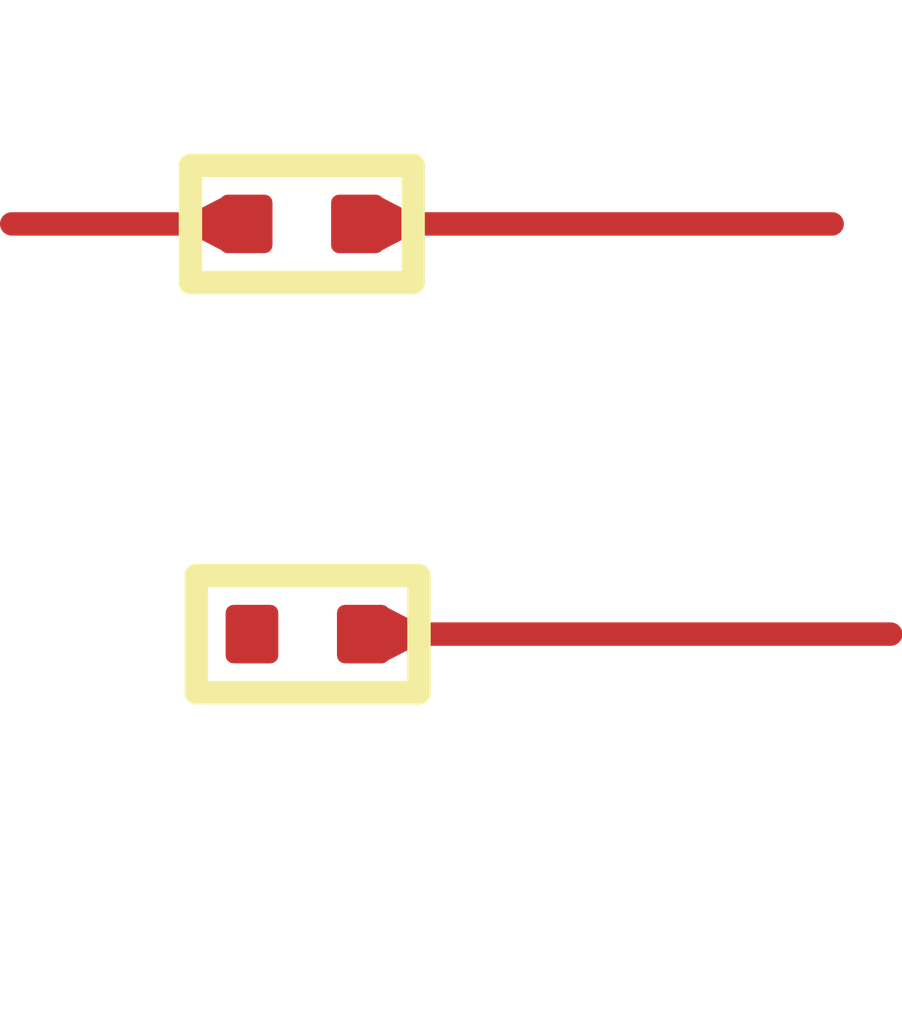
<source format=kicad_pcb>
(kicad_pcb (version 20241229) (generator "pcbnew") (generator_version "9.0")
  (layers (0 "F.Cu" signal) (2 "B.Cu" signal) (13 "F.Paste" user) (15 "B.Paste" user) (5 "F.SilkS" user "F.Silkscreen") (7 "B.SilkS" user "B.Silkscreen") (1 "F.Mask" user) (3 "B.Mask" user) (25 "Edge.Cuts" user))
  (net 0 "")
  (net 1 "/USBC1_INT#")
  (net 2 "/USBC0_INT#")
  (net 3 "/USBC0_D+")
  (footprint "footprints:RESC1005X35N" (layer "F.Cu") (at 154.525 108)
    (property "Reference" "R2")
    (property "Value" "~")
    (fp_line (start -0.95 0.5) (end -0.95 -0.5) (stroke (width 0.2)) (layer "F.SilkS"))
    (fp_line (start -0.95 0.5) (end 0.95 0.5) (stroke (width 0.2)) (layer "F.SilkS"))
    (fp_line (start 0.95 -0.5) (end -0.95 -0.5) (stroke (width 0.2)) (layer "F.SilkS"))
    (fp_line (start 0.95 -0.5) (end 0.95 0.5) (stroke (width 0.2)) (layer "F.SilkS"))
    (pad "1" smd roundrect (at -0.475 0) (size 0.45 0.5) (layers "F.Cu" "F.Mask" "F.Paste") (roundrect_rratio 0.15))
    (pad "2" smd roundrect (at 0.475 0) (size 0.45 0.5) (layers "F.Cu" "F.Mask" "F.Paste") (roundrect_rratio 0.15) (net 3 "/USBC0_D+"))
  )
  (footprint "footprints:RESC1005X35N" (layer "F.Cu") (at 154.475 104.5)
    (property "Reference" "R1")
    (property "Value" "~")
    (fp_line (start -0.95 0.5) (end -0.95 -0.5) (stroke (width 0.2)) (layer "F.SilkS"))
    (fp_line (start -0.95 0.5) (end 0.95 0.5) (stroke (width 0.2)) (layer "F.SilkS"))
    (fp_line (start 0.95 -0.5) (end -0.95 -0.5) (stroke (width 0.2)) (layer "F.SilkS"))
    (fp_line (start 0.95 -0.5) (end 0.95 0.5) (stroke (width 0.2)) (layer "F.SilkS"))
    (pad "1" smd roundrect (at -0.475 0) (size 0.45 0.5) (layers "F.Cu" "F.Mask" "F.Paste") (roundrect_rratio 0.15) (net 1 "/USBC1_INT#"))
    (pad "2" smd roundrect (at 0.475 0) (size 0.45 0.5) (layers "F.Cu" "F.Mask" "F.Paste") (roundrect_rratio 0.15) (net 2 "/USBC0_INT#"))
  )
  (segment (start 154 104.5) (end 152 104.5) (width 0.2) (layer "F.Cu") (net 1))
  (segment (start 154.95 104.5) (end 159 104.5) (width 0.2) (layer "F.Cu") (net 2))
  (segment (start 155 108) (end 159.5 108) (width 0.2) (layer "F.Cu") (net 3))
)
</source>
